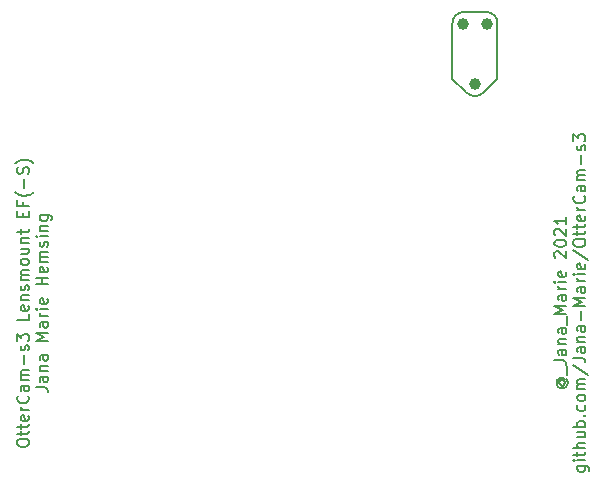
<source format=gto>
G04 #@! TF.GenerationSoftware,KiCad,Pcbnew,6.0.0-d3dd2cf0fa~116~ubuntu20.04.1*
G04 #@! TF.CreationDate,2022-01-19T00:51:46+01:00*
G04 #@! TF.ProjectId,lensmount,6c656e73-6d6f-4756-9e74-2e6b69636164,rev?*
G04 #@! TF.SameCoordinates,Original*
G04 #@! TF.FileFunction,Legend,Top*
G04 #@! TF.FilePolarity,Positive*
%FSLAX46Y46*%
G04 Gerber Fmt 4.6, Leading zero omitted, Abs format (unit mm)*
G04 Created by KiCad (PCBNEW 6.0.0-d3dd2cf0fa~116~ubuntu20.04.1) date 2022-01-19 00:51:46*
%MOMM*%
%LPD*%
G01*
G04 APERTURE LIST*
%ADD10C,0.150000*%
%ADD11C,0.127000*%
%ADD12C,0.985520*%
%ADD13C,0.988060*%
G04 APERTURE END LIST*
D10*
X121921190Y-106571428D02*
X121873571Y-106619047D01*
X121825952Y-106714285D01*
X121825952Y-106809523D01*
X121873571Y-106904761D01*
X121921190Y-106952380D01*
X122016428Y-107000000D01*
X122111666Y-107000000D01*
X122206904Y-106952380D01*
X122254523Y-106904761D01*
X122302142Y-106809523D01*
X122302142Y-106714285D01*
X122254523Y-106619047D01*
X122206904Y-106571428D01*
X121825952Y-106571428D02*
X122206904Y-106571428D01*
X122254523Y-106523809D01*
X122254523Y-106476190D01*
X122206904Y-106380952D01*
X122111666Y-106333333D01*
X121873571Y-106333333D01*
X121730714Y-106428571D01*
X121635476Y-106571428D01*
X121587857Y-106761904D01*
X121635476Y-106952380D01*
X121730714Y-107095238D01*
X121873571Y-107190476D01*
X122064047Y-107238095D01*
X122254523Y-107190476D01*
X122397380Y-107095238D01*
X122492619Y-106952380D01*
X122540238Y-106761904D01*
X122492619Y-106571428D01*
X122397380Y-106428571D01*
X122492619Y-106142857D02*
X122492619Y-105380952D01*
X121397380Y-104857142D02*
X122111666Y-104857142D01*
X122254523Y-104904761D01*
X122349761Y-105000000D01*
X122397380Y-105142857D01*
X122397380Y-105238095D01*
X122397380Y-103952380D02*
X121873571Y-103952380D01*
X121778333Y-104000000D01*
X121730714Y-104095238D01*
X121730714Y-104285714D01*
X121778333Y-104380952D01*
X122349761Y-103952380D02*
X122397380Y-104047619D01*
X122397380Y-104285714D01*
X122349761Y-104380952D01*
X122254523Y-104428571D01*
X122159285Y-104428571D01*
X122064047Y-104380952D01*
X122016428Y-104285714D01*
X122016428Y-104047619D01*
X121968809Y-103952380D01*
X121730714Y-103476190D02*
X122397380Y-103476190D01*
X121825952Y-103476190D02*
X121778333Y-103428571D01*
X121730714Y-103333333D01*
X121730714Y-103190476D01*
X121778333Y-103095238D01*
X121873571Y-103047619D01*
X122397380Y-103047619D01*
X122397380Y-102142857D02*
X121873571Y-102142857D01*
X121778333Y-102190476D01*
X121730714Y-102285714D01*
X121730714Y-102476190D01*
X121778333Y-102571428D01*
X122349761Y-102142857D02*
X122397380Y-102238095D01*
X122397380Y-102476190D01*
X122349761Y-102571428D01*
X122254523Y-102619047D01*
X122159285Y-102619047D01*
X122064047Y-102571428D01*
X122016428Y-102476190D01*
X122016428Y-102238095D01*
X121968809Y-102142857D01*
X122492619Y-101904761D02*
X122492619Y-101142857D01*
X122397380Y-100904761D02*
X121397380Y-100904761D01*
X122111666Y-100571428D01*
X121397380Y-100238095D01*
X122397380Y-100238095D01*
X122397380Y-99333333D02*
X121873571Y-99333333D01*
X121778333Y-99380952D01*
X121730714Y-99476190D01*
X121730714Y-99666666D01*
X121778333Y-99761904D01*
X122349761Y-99333333D02*
X122397380Y-99428571D01*
X122397380Y-99666666D01*
X122349761Y-99761904D01*
X122254523Y-99809523D01*
X122159285Y-99809523D01*
X122064047Y-99761904D01*
X122016428Y-99666666D01*
X122016428Y-99428571D01*
X121968809Y-99333333D01*
X122397380Y-98857142D02*
X121730714Y-98857142D01*
X121921190Y-98857142D02*
X121825952Y-98809523D01*
X121778333Y-98761904D01*
X121730714Y-98666666D01*
X121730714Y-98571428D01*
X122397380Y-98238095D02*
X121730714Y-98238095D01*
X121397380Y-98238095D02*
X121445000Y-98285714D01*
X121492619Y-98238095D01*
X121445000Y-98190476D01*
X121397380Y-98238095D01*
X121492619Y-98238095D01*
X122349761Y-97380952D02*
X122397380Y-97476190D01*
X122397380Y-97666666D01*
X122349761Y-97761904D01*
X122254523Y-97809523D01*
X121873571Y-97809523D01*
X121778333Y-97761904D01*
X121730714Y-97666666D01*
X121730714Y-97476190D01*
X121778333Y-97380952D01*
X121873571Y-97333333D01*
X121968809Y-97333333D01*
X122064047Y-97809523D01*
X121492619Y-96190476D02*
X121445000Y-96142857D01*
X121397380Y-96047619D01*
X121397380Y-95809523D01*
X121445000Y-95714285D01*
X121492619Y-95666666D01*
X121587857Y-95619047D01*
X121683095Y-95619047D01*
X121825952Y-95666666D01*
X122397380Y-96238095D01*
X122397380Y-95619047D01*
X121397380Y-95000000D02*
X121397380Y-94904761D01*
X121445000Y-94809523D01*
X121492619Y-94761904D01*
X121587857Y-94714285D01*
X121778333Y-94666666D01*
X122016428Y-94666666D01*
X122206904Y-94714285D01*
X122302142Y-94761904D01*
X122349761Y-94809523D01*
X122397380Y-94904761D01*
X122397380Y-95000000D01*
X122349761Y-95095238D01*
X122302142Y-95142857D01*
X122206904Y-95190476D01*
X122016428Y-95238095D01*
X121778333Y-95238095D01*
X121587857Y-95190476D01*
X121492619Y-95142857D01*
X121445000Y-95095238D01*
X121397380Y-95000000D01*
X121492619Y-94285714D02*
X121445000Y-94238095D01*
X121397380Y-94142857D01*
X121397380Y-93904761D01*
X121445000Y-93809523D01*
X121492619Y-93761904D01*
X121587857Y-93714285D01*
X121683095Y-93714285D01*
X121825952Y-93761904D01*
X122397380Y-94333333D01*
X122397380Y-93714285D01*
X122397380Y-92761904D02*
X122397380Y-93333333D01*
X122397380Y-93047619D02*
X121397380Y-93047619D01*
X121540238Y-93142857D01*
X121635476Y-93238095D01*
X121683095Y-93333333D01*
X123340714Y-113809523D02*
X124150238Y-113809523D01*
X124245476Y-113857142D01*
X124293095Y-113904761D01*
X124340714Y-114000000D01*
X124340714Y-114142857D01*
X124293095Y-114238095D01*
X123959761Y-113809523D02*
X124007380Y-113904761D01*
X124007380Y-114095238D01*
X123959761Y-114190476D01*
X123912142Y-114238095D01*
X123816904Y-114285714D01*
X123531190Y-114285714D01*
X123435952Y-114238095D01*
X123388333Y-114190476D01*
X123340714Y-114095238D01*
X123340714Y-113904761D01*
X123388333Y-113809523D01*
X124007380Y-113333333D02*
X123340714Y-113333333D01*
X123007380Y-113333333D02*
X123055000Y-113380952D01*
X123102619Y-113333333D01*
X123055000Y-113285714D01*
X123007380Y-113333333D01*
X123102619Y-113333333D01*
X123340714Y-113000000D02*
X123340714Y-112619047D01*
X123007380Y-112857142D02*
X123864523Y-112857142D01*
X123959761Y-112809523D01*
X124007380Y-112714285D01*
X124007380Y-112619047D01*
X124007380Y-112285714D02*
X123007380Y-112285714D01*
X124007380Y-111857142D02*
X123483571Y-111857142D01*
X123388333Y-111904761D01*
X123340714Y-112000000D01*
X123340714Y-112142857D01*
X123388333Y-112238095D01*
X123435952Y-112285714D01*
X123340714Y-110952380D02*
X124007380Y-110952380D01*
X123340714Y-111380952D02*
X123864523Y-111380952D01*
X123959761Y-111333333D01*
X124007380Y-111238095D01*
X124007380Y-111095238D01*
X123959761Y-111000000D01*
X123912142Y-110952380D01*
X124007380Y-110476190D02*
X123007380Y-110476190D01*
X123388333Y-110476190D02*
X123340714Y-110380952D01*
X123340714Y-110190476D01*
X123388333Y-110095238D01*
X123435952Y-110047619D01*
X123531190Y-110000000D01*
X123816904Y-110000000D01*
X123912142Y-110047619D01*
X123959761Y-110095238D01*
X124007380Y-110190476D01*
X124007380Y-110380952D01*
X123959761Y-110476190D01*
X123912142Y-109571428D02*
X123959761Y-109523809D01*
X124007380Y-109571428D01*
X123959761Y-109619047D01*
X123912142Y-109571428D01*
X124007380Y-109571428D01*
X123959761Y-108666666D02*
X124007380Y-108761904D01*
X124007380Y-108952380D01*
X123959761Y-109047619D01*
X123912142Y-109095238D01*
X123816904Y-109142857D01*
X123531190Y-109142857D01*
X123435952Y-109095238D01*
X123388333Y-109047619D01*
X123340714Y-108952380D01*
X123340714Y-108761904D01*
X123388333Y-108666666D01*
X124007380Y-108095238D02*
X123959761Y-108190476D01*
X123912142Y-108238095D01*
X123816904Y-108285714D01*
X123531190Y-108285714D01*
X123435952Y-108238095D01*
X123388333Y-108190476D01*
X123340714Y-108095238D01*
X123340714Y-107952380D01*
X123388333Y-107857142D01*
X123435952Y-107809523D01*
X123531190Y-107761904D01*
X123816904Y-107761904D01*
X123912142Y-107809523D01*
X123959761Y-107857142D01*
X124007380Y-107952380D01*
X124007380Y-108095238D01*
X124007380Y-107333333D02*
X123340714Y-107333333D01*
X123435952Y-107333333D02*
X123388333Y-107285714D01*
X123340714Y-107190476D01*
X123340714Y-107047619D01*
X123388333Y-106952380D01*
X123483571Y-106904761D01*
X124007380Y-106904761D01*
X123483571Y-106904761D02*
X123388333Y-106857142D01*
X123340714Y-106761904D01*
X123340714Y-106619047D01*
X123388333Y-106523809D01*
X123483571Y-106476190D01*
X124007380Y-106476190D01*
X122959761Y-105285714D02*
X124245476Y-106142857D01*
X123007380Y-104666666D02*
X123721666Y-104666666D01*
X123864523Y-104714285D01*
X123959761Y-104809523D01*
X124007380Y-104952380D01*
X124007380Y-105047619D01*
X124007380Y-103761904D02*
X123483571Y-103761904D01*
X123388333Y-103809523D01*
X123340714Y-103904761D01*
X123340714Y-104095238D01*
X123388333Y-104190476D01*
X123959761Y-103761904D02*
X124007380Y-103857142D01*
X124007380Y-104095238D01*
X123959761Y-104190476D01*
X123864523Y-104238095D01*
X123769285Y-104238095D01*
X123674047Y-104190476D01*
X123626428Y-104095238D01*
X123626428Y-103857142D01*
X123578809Y-103761904D01*
X123340714Y-103285714D02*
X124007380Y-103285714D01*
X123435952Y-103285714D02*
X123388333Y-103238095D01*
X123340714Y-103142857D01*
X123340714Y-103000000D01*
X123388333Y-102904761D01*
X123483571Y-102857142D01*
X124007380Y-102857142D01*
X124007380Y-101952380D02*
X123483571Y-101952380D01*
X123388333Y-102000000D01*
X123340714Y-102095238D01*
X123340714Y-102285714D01*
X123388333Y-102380952D01*
X123959761Y-101952380D02*
X124007380Y-102047619D01*
X124007380Y-102285714D01*
X123959761Y-102380952D01*
X123864523Y-102428571D01*
X123769285Y-102428571D01*
X123674047Y-102380952D01*
X123626428Y-102285714D01*
X123626428Y-102047619D01*
X123578809Y-101952380D01*
X123626428Y-101476190D02*
X123626428Y-100714285D01*
X124007380Y-100238095D02*
X123007380Y-100238095D01*
X123721666Y-99904761D01*
X123007380Y-99571428D01*
X124007380Y-99571428D01*
X124007380Y-98666666D02*
X123483571Y-98666666D01*
X123388333Y-98714285D01*
X123340714Y-98809523D01*
X123340714Y-99000000D01*
X123388333Y-99095238D01*
X123959761Y-98666666D02*
X124007380Y-98761904D01*
X124007380Y-99000000D01*
X123959761Y-99095238D01*
X123864523Y-99142857D01*
X123769285Y-99142857D01*
X123674047Y-99095238D01*
X123626428Y-99000000D01*
X123626428Y-98761904D01*
X123578809Y-98666666D01*
X124007380Y-98190476D02*
X123340714Y-98190476D01*
X123531190Y-98190476D02*
X123435952Y-98142857D01*
X123388333Y-98095238D01*
X123340714Y-98000000D01*
X123340714Y-97904761D01*
X124007380Y-97571428D02*
X123340714Y-97571428D01*
X123007380Y-97571428D02*
X123055000Y-97619047D01*
X123102619Y-97571428D01*
X123055000Y-97523809D01*
X123007380Y-97571428D01*
X123102619Y-97571428D01*
X123959761Y-96714285D02*
X124007380Y-96809523D01*
X124007380Y-97000000D01*
X123959761Y-97095238D01*
X123864523Y-97142857D01*
X123483571Y-97142857D01*
X123388333Y-97095238D01*
X123340714Y-97000000D01*
X123340714Y-96809523D01*
X123388333Y-96714285D01*
X123483571Y-96666666D01*
X123578809Y-96666666D01*
X123674047Y-97142857D01*
X122959761Y-95523809D02*
X124245476Y-96380952D01*
X123007380Y-95000000D02*
X123007380Y-94809523D01*
X123055000Y-94714285D01*
X123150238Y-94619047D01*
X123340714Y-94571428D01*
X123674047Y-94571428D01*
X123864523Y-94619047D01*
X123959761Y-94714285D01*
X124007380Y-94809523D01*
X124007380Y-95000000D01*
X123959761Y-95095238D01*
X123864523Y-95190476D01*
X123674047Y-95238095D01*
X123340714Y-95238095D01*
X123150238Y-95190476D01*
X123055000Y-95095238D01*
X123007380Y-95000000D01*
X123340714Y-94285714D02*
X123340714Y-93904761D01*
X123007380Y-94142857D02*
X123864523Y-94142857D01*
X123959761Y-94095238D01*
X124007380Y-94000000D01*
X124007380Y-93904761D01*
X123340714Y-93714285D02*
X123340714Y-93333333D01*
X123007380Y-93571428D02*
X123864523Y-93571428D01*
X123959761Y-93523809D01*
X124007380Y-93428571D01*
X124007380Y-93333333D01*
X123959761Y-92619047D02*
X124007380Y-92714285D01*
X124007380Y-92904761D01*
X123959761Y-93000000D01*
X123864523Y-93047619D01*
X123483571Y-93047619D01*
X123388333Y-93000000D01*
X123340714Y-92904761D01*
X123340714Y-92714285D01*
X123388333Y-92619047D01*
X123483571Y-92571428D01*
X123578809Y-92571428D01*
X123674047Y-93047619D01*
X124007380Y-92142857D02*
X123340714Y-92142857D01*
X123531190Y-92142857D02*
X123435952Y-92095238D01*
X123388333Y-92047619D01*
X123340714Y-91952380D01*
X123340714Y-91857142D01*
X123912142Y-90952380D02*
X123959761Y-91000000D01*
X124007380Y-91142857D01*
X124007380Y-91238095D01*
X123959761Y-91380952D01*
X123864523Y-91476190D01*
X123769285Y-91523809D01*
X123578809Y-91571428D01*
X123435952Y-91571428D01*
X123245476Y-91523809D01*
X123150238Y-91476190D01*
X123055000Y-91380952D01*
X123007380Y-91238095D01*
X123007380Y-91142857D01*
X123055000Y-91000000D01*
X123102619Y-90952380D01*
X124007380Y-90095238D02*
X123483571Y-90095238D01*
X123388333Y-90142857D01*
X123340714Y-90238095D01*
X123340714Y-90428571D01*
X123388333Y-90523809D01*
X123959761Y-90095238D02*
X124007380Y-90190476D01*
X124007380Y-90428571D01*
X123959761Y-90523809D01*
X123864523Y-90571428D01*
X123769285Y-90571428D01*
X123674047Y-90523809D01*
X123626428Y-90428571D01*
X123626428Y-90190476D01*
X123578809Y-90095238D01*
X124007380Y-89619047D02*
X123340714Y-89619047D01*
X123435952Y-89619047D02*
X123388333Y-89571428D01*
X123340714Y-89476190D01*
X123340714Y-89333333D01*
X123388333Y-89238095D01*
X123483571Y-89190476D01*
X124007380Y-89190476D01*
X123483571Y-89190476D02*
X123388333Y-89142857D01*
X123340714Y-89047619D01*
X123340714Y-88904761D01*
X123388333Y-88809523D01*
X123483571Y-88761904D01*
X124007380Y-88761904D01*
X123626428Y-88285714D02*
X123626428Y-87523809D01*
X123959761Y-87095238D02*
X124007380Y-87000000D01*
X124007380Y-86809523D01*
X123959761Y-86714285D01*
X123864523Y-86666666D01*
X123816904Y-86666666D01*
X123721666Y-86714285D01*
X123674047Y-86809523D01*
X123674047Y-86952380D01*
X123626428Y-87047619D01*
X123531190Y-87095238D01*
X123483571Y-87095238D01*
X123388333Y-87047619D01*
X123340714Y-86952380D01*
X123340714Y-86809523D01*
X123388333Y-86714285D01*
X123007380Y-86333333D02*
X123007380Y-85714285D01*
X123388333Y-86047619D01*
X123388333Y-85904761D01*
X123435952Y-85809523D01*
X123483571Y-85761904D01*
X123578809Y-85714285D01*
X123816904Y-85714285D01*
X123912142Y-85761904D01*
X123959761Y-85809523D01*
X124007380Y-85904761D01*
X124007380Y-86190476D01*
X123959761Y-86285714D01*
X123912142Y-86333333D01*
X75897380Y-111928571D02*
X75897380Y-111738095D01*
X75945000Y-111642857D01*
X76040238Y-111547619D01*
X76230714Y-111500000D01*
X76564047Y-111500000D01*
X76754523Y-111547619D01*
X76849761Y-111642857D01*
X76897380Y-111738095D01*
X76897380Y-111928571D01*
X76849761Y-112023809D01*
X76754523Y-112119047D01*
X76564047Y-112166666D01*
X76230714Y-112166666D01*
X76040238Y-112119047D01*
X75945000Y-112023809D01*
X75897380Y-111928571D01*
X76230714Y-111214285D02*
X76230714Y-110833333D01*
X75897380Y-111071428D02*
X76754523Y-111071428D01*
X76849761Y-111023809D01*
X76897380Y-110928571D01*
X76897380Y-110833333D01*
X76230714Y-110642857D02*
X76230714Y-110261904D01*
X75897380Y-110500000D02*
X76754523Y-110500000D01*
X76849761Y-110452380D01*
X76897380Y-110357142D01*
X76897380Y-110261904D01*
X76849761Y-109547619D02*
X76897380Y-109642857D01*
X76897380Y-109833333D01*
X76849761Y-109928571D01*
X76754523Y-109976190D01*
X76373571Y-109976190D01*
X76278333Y-109928571D01*
X76230714Y-109833333D01*
X76230714Y-109642857D01*
X76278333Y-109547619D01*
X76373571Y-109500000D01*
X76468809Y-109500000D01*
X76564047Y-109976190D01*
X76897380Y-109071428D02*
X76230714Y-109071428D01*
X76421190Y-109071428D02*
X76325952Y-109023809D01*
X76278333Y-108976190D01*
X76230714Y-108880952D01*
X76230714Y-108785714D01*
X76802142Y-107880952D02*
X76849761Y-107928571D01*
X76897380Y-108071428D01*
X76897380Y-108166666D01*
X76849761Y-108309523D01*
X76754523Y-108404761D01*
X76659285Y-108452380D01*
X76468809Y-108500000D01*
X76325952Y-108500000D01*
X76135476Y-108452380D01*
X76040238Y-108404761D01*
X75945000Y-108309523D01*
X75897380Y-108166666D01*
X75897380Y-108071428D01*
X75945000Y-107928571D01*
X75992619Y-107880952D01*
X76897380Y-107023809D02*
X76373571Y-107023809D01*
X76278333Y-107071428D01*
X76230714Y-107166666D01*
X76230714Y-107357142D01*
X76278333Y-107452380D01*
X76849761Y-107023809D02*
X76897380Y-107119047D01*
X76897380Y-107357142D01*
X76849761Y-107452380D01*
X76754523Y-107500000D01*
X76659285Y-107500000D01*
X76564047Y-107452380D01*
X76516428Y-107357142D01*
X76516428Y-107119047D01*
X76468809Y-107023809D01*
X76897380Y-106547619D02*
X76230714Y-106547619D01*
X76325952Y-106547619D02*
X76278333Y-106500000D01*
X76230714Y-106404761D01*
X76230714Y-106261904D01*
X76278333Y-106166666D01*
X76373571Y-106119047D01*
X76897380Y-106119047D01*
X76373571Y-106119047D02*
X76278333Y-106071428D01*
X76230714Y-105976190D01*
X76230714Y-105833333D01*
X76278333Y-105738095D01*
X76373571Y-105690476D01*
X76897380Y-105690476D01*
X76516428Y-105214285D02*
X76516428Y-104452380D01*
X76849761Y-104023809D02*
X76897380Y-103928571D01*
X76897380Y-103738095D01*
X76849761Y-103642857D01*
X76754523Y-103595238D01*
X76706904Y-103595238D01*
X76611666Y-103642857D01*
X76564047Y-103738095D01*
X76564047Y-103880952D01*
X76516428Y-103976190D01*
X76421190Y-104023809D01*
X76373571Y-104023809D01*
X76278333Y-103976190D01*
X76230714Y-103880952D01*
X76230714Y-103738095D01*
X76278333Y-103642857D01*
X75897380Y-103261904D02*
X75897380Y-102642857D01*
X76278333Y-102976190D01*
X76278333Y-102833333D01*
X76325952Y-102738095D01*
X76373571Y-102690476D01*
X76468809Y-102642857D01*
X76706904Y-102642857D01*
X76802142Y-102690476D01*
X76849761Y-102738095D01*
X76897380Y-102833333D01*
X76897380Y-103119047D01*
X76849761Y-103214285D01*
X76802142Y-103261904D01*
X76897380Y-100976190D02*
X76897380Y-101452380D01*
X75897380Y-101452380D01*
X76849761Y-100261904D02*
X76897380Y-100357142D01*
X76897380Y-100547619D01*
X76849761Y-100642857D01*
X76754523Y-100690476D01*
X76373571Y-100690476D01*
X76278333Y-100642857D01*
X76230714Y-100547619D01*
X76230714Y-100357142D01*
X76278333Y-100261904D01*
X76373571Y-100214285D01*
X76468809Y-100214285D01*
X76564047Y-100690476D01*
X76230714Y-99785714D02*
X76897380Y-99785714D01*
X76325952Y-99785714D02*
X76278333Y-99738095D01*
X76230714Y-99642857D01*
X76230714Y-99500000D01*
X76278333Y-99404761D01*
X76373571Y-99357142D01*
X76897380Y-99357142D01*
X76849761Y-98928571D02*
X76897380Y-98833333D01*
X76897380Y-98642857D01*
X76849761Y-98547619D01*
X76754523Y-98500000D01*
X76706904Y-98500000D01*
X76611666Y-98547619D01*
X76564047Y-98642857D01*
X76564047Y-98785714D01*
X76516428Y-98880952D01*
X76421190Y-98928571D01*
X76373571Y-98928571D01*
X76278333Y-98880952D01*
X76230714Y-98785714D01*
X76230714Y-98642857D01*
X76278333Y-98547619D01*
X76897380Y-98071428D02*
X76230714Y-98071428D01*
X76325952Y-98071428D02*
X76278333Y-98023809D01*
X76230714Y-97928571D01*
X76230714Y-97785714D01*
X76278333Y-97690476D01*
X76373571Y-97642857D01*
X76897380Y-97642857D01*
X76373571Y-97642857D02*
X76278333Y-97595238D01*
X76230714Y-97500000D01*
X76230714Y-97357142D01*
X76278333Y-97261904D01*
X76373571Y-97214285D01*
X76897380Y-97214285D01*
X76897380Y-96595238D02*
X76849761Y-96690476D01*
X76802142Y-96738095D01*
X76706904Y-96785714D01*
X76421190Y-96785714D01*
X76325952Y-96738095D01*
X76278333Y-96690476D01*
X76230714Y-96595238D01*
X76230714Y-96452380D01*
X76278333Y-96357142D01*
X76325952Y-96309523D01*
X76421190Y-96261904D01*
X76706904Y-96261904D01*
X76802142Y-96309523D01*
X76849761Y-96357142D01*
X76897380Y-96452380D01*
X76897380Y-96595238D01*
X76230714Y-95404761D02*
X76897380Y-95404761D01*
X76230714Y-95833333D02*
X76754523Y-95833333D01*
X76849761Y-95785714D01*
X76897380Y-95690476D01*
X76897380Y-95547619D01*
X76849761Y-95452380D01*
X76802142Y-95404761D01*
X76230714Y-94928571D02*
X76897380Y-94928571D01*
X76325952Y-94928571D02*
X76278333Y-94880952D01*
X76230714Y-94785714D01*
X76230714Y-94642857D01*
X76278333Y-94547619D01*
X76373571Y-94500000D01*
X76897380Y-94500000D01*
X76230714Y-94166666D02*
X76230714Y-93785714D01*
X75897380Y-94023809D02*
X76754523Y-94023809D01*
X76849761Y-93976190D01*
X76897380Y-93880952D01*
X76897380Y-93785714D01*
X76373571Y-92690476D02*
X76373571Y-92357142D01*
X76897380Y-92214285D02*
X76897380Y-92690476D01*
X75897380Y-92690476D01*
X75897380Y-92214285D01*
X76373571Y-91452380D02*
X76373571Y-91785714D01*
X76897380Y-91785714D02*
X75897380Y-91785714D01*
X75897380Y-91309523D01*
X77278333Y-90642857D02*
X77230714Y-90690476D01*
X77087857Y-90785714D01*
X76992619Y-90833333D01*
X76849761Y-90880952D01*
X76611666Y-90928571D01*
X76421190Y-90928571D01*
X76183095Y-90880952D01*
X76040238Y-90833333D01*
X75945000Y-90785714D01*
X75802142Y-90690476D01*
X75754523Y-90642857D01*
X76516428Y-90261904D02*
X76516428Y-89500000D01*
X76849761Y-89071428D02*
X76897380Y-88928571D01*
X76897380Y-88690476D01*
X76849761Y-88595238D01*
X76802142Y-88547619D01*
X76706904Y-88500000D01*
X76611666Y-88500000D01*
X76516428Y-88547619D01*
X76468809Y-88595238D01*
X76421190Y-88690476D01*
X76373571Y-88880952D01*
X76325952Y-88976190D01*
X76278333Y-89023809D01*
X76183095Y-89071428D01*
X76087857Y-89071428D01*
X75992619Y-89023809D01*
X75945000Y-88976190D01*
X75897380Y-88880952D01*
X75897380Y-88642857D01*
X75945000Y-88500000D01*
X77278333Y-88166666D02*
X77230714Y-88119047D01*
X77087857Y-88023809D01*
X76992619Y-87976190D01*
X76849761Y-87928571D01*
X76611666Y-87880952D01*
X76421190Y-87880952D01*
X76183095Y-87928571D01*
X76040238Y-87976190D01*
X75945000Y-88023809D01*
X75802142Y-88119047D01*
X75754523Y-88166666D01*
X77507380Y-107142857D02*
X78221666Y-107142857D01*
X78364523Y-107190476D01*
X78459761Y-107285714D01*
X78507380Y-107428571D01*
X78507380Y-107523809D01*
X78507380Y-106238095D02*
X77983571Y-106238095D01*
X77888333Y-106285714D01*
X77840714Y-106380952D01*
X77840714Y-106571428D01*
X77888333Y-106666666D01*
X78459761Y-106238095D02*
X78507380Y-106333333D01*
X78507380Y-106571428D01*
X78459761Y-106666666D01*
X78364523Y-106714285D01*
X78269285Y-106714285D01*
X78174047Y-106666666D01*
X78126428Y-106571428D01*
X78126428Y-106333333D01*
X78078809Y-106238095D01*
X77840714Y-105761904D02*
X78507380Y-105761904D01*
X77935952Y-105761904D02*
X77888333Y-105714285D01*
X77840714Y-105619047D01*
X77840714Y-105476190D01*
X77888333Y-105380952D01*
X77983571Y-105333333D01*
X78507380Y-105333333D01*
X78507380Y-104428571D02*
X77983571Y-104428571D01*
X77888333Y-104476190D01*
X77840714Y-104571428D01*
X77840714Y-104761904D01*
X77888333Y-104857142D01*
X78459761Y-104428571D02*
X78507380Y-104523809D01*
X78507380Y-104761904D01*
X78459761Y-104857142D01*
X78364523Y-104904761D01*
X78269285Y-104904761D01*
X78174047Y-104857142D01*
X78126428Y-104761904D01*
X78126428Y-104523809D01*
X78078809Y-104428571D01*
X78507380Y-103190476D02*
X77507380Y-103190476D01*
X78221666Y-102857142D01*
X77507380Y-102523809D01*
X78507380Y-102523809D01*
X78507380Y-101619047D02*
X77983571Y-101619047D01*
X77888333Y-101666666D01*
X77840714Y-101761904D01*
X77840714Y-101952380D01*
X77888333Y-102047619D01*
X78459761Y-101619047D02*
X78507380Y-101714285D01*
X78507380Y-101952380D01*
X78459761Y-102047619D01*
X78364523Y-102095238D01*
X78269285Y-102095238D01*
X78174047Y-102047619D01*
X78126428Y-101952380D01*
X78126428Y-101714285D01*
X78078809Y-101619047D01*
X78507380Y-101142857D02*
X77840714Y-101142857D01*
X78031190Y-101142857D02*
X77935952Y-101095238D01*
X77888333Y-101047619D01*
X77840714Y-100952380D01*
X77840714Y-100857142D01*
X78507380Y-100523809D02*
X77840714Y-100523809D01*
X77507380Y-100523809D02*
X77555000Y-100571428D01*
X77602619Y-100523809D01*
X77555000Y-100476190D01*
X77507380Y-100523809D01*
X77602619Y-100523809D01*
X78459761Y-99666666D02*
X78507380Y-99761904D01*
X78507380Y-99952380D01*
X78459761Y-100047619D01*
X78364523Y-100095238D01*
X77983571Y-100095238D01*
X77888333Y-100047619D01*
X77840714Y-99952380D01*
X77840714Y-99761904D01*
X77888333Y-99666666D01*
X77983571Y-99619047D01*
X78078809Y-99619047D01*
X78174047Y-100095238D01*
X78507380Y-98428571D02*
X77507380Y-98428571D01*
X77983571Y-98428571D02*
X77983571Y-97857142D01*
X78507380Y-97857142D02*
X77507380Y-97857142D01*
X78459761Y-97000000D02*
X78507380Y-97095238D01*
X78507380Y-97285714D01*
X78459761Y-97380952D01*
X78364523Y-97428571D01*
X77983571Y-97428571D01*
X77888333Y-97380952D01*
X77840714Y-97285714D01*
X77840714Y-97095238D01*
X77888333Y-97000000D01*
X77983571Y-96952380D01*
X78078809Y-96952380D01*
X78174047Y-97428571D01*
X78507380Y-96523809D02*
X77840714Y-96523809D01*
X77935952Y-96523809D02*
X77888333Y-96476190D01*
X77840714Y-96380952D01*
X77840714Y-96238095D01*
X77888333Y-96142857D01*
X77983571Y-96095238D01*
X78507380Y-96095238D01*
X77983571Y-96095238D02*
X77888333Y-96047619D01*
X77840714Y-95952380D01*
X77840714Y-95809523D01*
X77888333Y-95714285D01*
X77983571Y-95666666D01*
X78507380Y-95666666D01*
X78459761Y-95238095D02*
X78507380Y-95142857D01*
X78507380Y-94952380D01*
X78459761Y-94857142D01*
X78364523Y-94809523D01*
X78316904Y-94809523D01*
X78221666Y-94857142D01*
X78174047Y-94952380D01*
X78174047Y-95095238D01*
X78126428Y-95190476D01*
X78031190Y-95238095D01*
X77983571Y-95238095D01*
X77888333Y-95190476D01*
X77840714Y-95095238D01*
X77840714Y-94952380D01*
X77888333Y-94857142D01*
X78507380Y-94380952D02*
X77840714Y-94380952D01*
X77507380Y-94380952D02*
X77555000Y-94428571D01*
X77602619Y-94380952D01*
X77555000Y-94333333D01*
X77507380Y-94380952D01*
X77602619Y-94380952D01*
X77840714Y-93904761D02*
X78507380Y-93904761D01*
X77935952Y-93904761D02*
X77888333Y-93857142D01*
X77840714Y-93761904D01*
X77840714Y-93619047D01*
X77888333Y-93523809D01*
X77983571Y-93476190D01*
X78507380Y-93476190D01*
X77840714Y-92571428D02*
X78650238Y-92571428D01*
X78745476Y-92619047D01*
X78793095Y-92666666D01*
X78840714Y-92761904D01*
X78840714Y-92904761D01*
X78793095Y-93000000D01*
X78459761Y-92571428D02*
X78507380Y-92666666D01*
X78507380Y-92857142D01*
X78459761Y-92952380D01*
X78412142Y-93000000D01*
X78316904Y-93047619D01*
X78031190Y-93047619D01*
X77935952Y-93000000D01*
X77888333Y-92952380D01*
X77840714Y-92857142D01*
X77840714Y-92666666D01*
X77888333Y-92571428D01*
D11*
X113722500Y-75369000D02*
G75*
G03*
X112770000Y-76321500I0J-952500D01*
G01*
X116580000Y-76321500D02*
G75*
G03*
X115627500Y-75369000I-952500J0D01*
G01*
X113722500Y-75369000D02*
X115627500Y-75369000D01*
X113951100Y-82188900D02*
G75*
G03*
X115398900Y-82188900I723900J723900D01*
G01*
X113951100Y-82188900D02*
X112770000Y-81007800D01*
X115398900Y-82188900D02*
X116580000Y-81007800D01*
X112770000Y-76321500D02*
X112770000Y-81007800D01*
X116580000Y-76321500D02*
X116580000Y-81007800D01*
D12*
X115691000Y-76385000D03*
X113659000Y-76385000D03*
D13*
X114675000Y-81465000D03*
M02*

</source>
